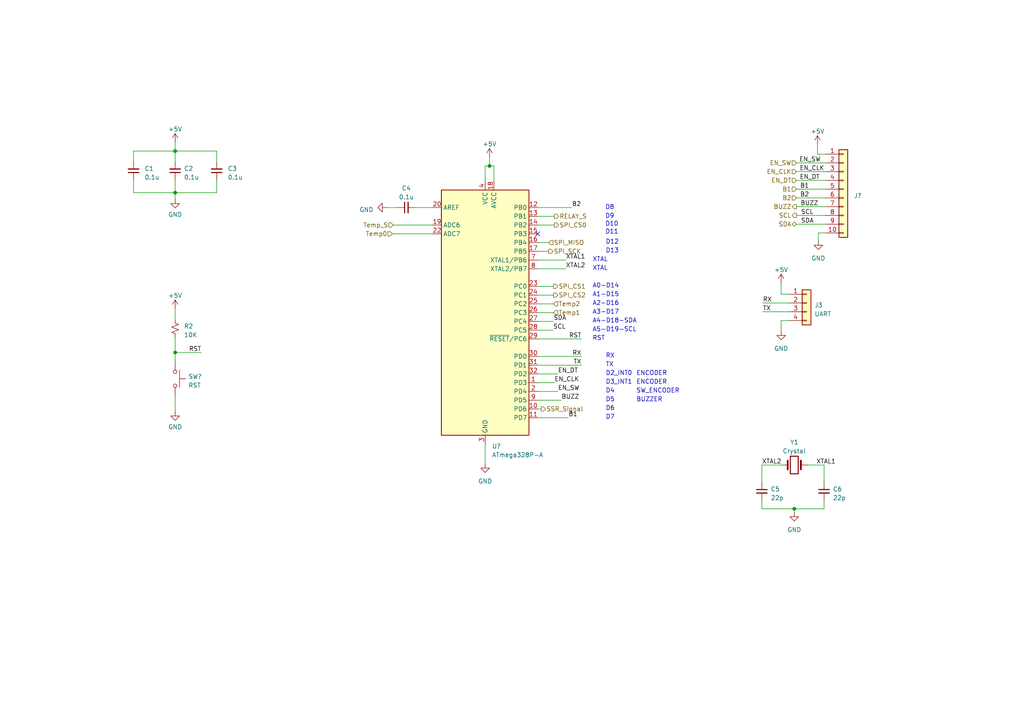
<source format=kicad_sch>
(kicad_sch (version 20230121) (generator eeschema)
  (paper "A4")
  (lib_symbols
    (symbol "Connector_Generic:Conn_01x04" (pin_names (offset 1.016) hide)
      (property "Reference" "J" (at 0 5.08 0))
      (property "Value" "Conn_01x04" (at 0 -7.62 0))
      (symbol "Conn_01x04_1_1"
        (rectangle (start -1.27 -4.953) (end 0 -5.207) (stroke (width 0.1524)))
        (rectangle (start -1.27 -2.413) (end 0 -2.667) (stroke (width 0.1524)))
        (rectangle (start -1.27 0.127) (end 0 -0.127) (stroke (width 0.1524)))
        (rectangle (start -1.27 2.667) (end 0 2.413) (stroke (width 0.1524)))
        (rectangle (start -1.27 3.81) (end 1.27 -6.35) (stroke (width 0.254)) (fill (type background)))
        (pin passive line (at -5.08 2.54 0) (length 3.81) (name "Pin_1") (number "1"))
        (pin passive line (at -5.08 0 0) (length 3.81) (name "Pin_2") (number "2"))
        (pin passive line (at -5.08 -2.54 0) (length 3.81) (name "Pin_3") (number "3"))
        (pin passive line (at -5.08 -5.08 0) (length 3.81) (name "Pin_4") (number "4"))
      )
    )
    (symbol "Connector_Generic:Conn_01x10" (pin_names (offset 1.016) hide)
      (property "Reference" "J" (at 0 12.7 0))
      (property "Value" "Conn_01x10" (at 0 -15.24 0))
      (symbol "Conn_01x10_1_1"
        (rectangle (start -1.27 -12.573) (end 0 -12.827) (stroke (width 0.1524)))
        (rectangle (start -1.27 -10.033) (end 0 -10.287) (stroke (width 0.1524)))
        (rectangle (start -1.27 -7.493) (end 0 -7.747) (stroke (width 0.1524)))
        (rectangle (start -1.27 -4.953) (end 0 -5.207) (stroke (width 0.1524)))
        (rectangle (start -1.27 -2.413) (end 0 -2.667) (stroke (width 0.1524)))
        (rectangle (start -1.27 0.127) (end 0 -0.127) (stroke (width 0.1524)))
        (rectangle (start -1.27 2.667) (end 0 2.413) (stroke (width 0.1524)))
        (rectangle (start -1.27 5.207) (end 0 4.953) (stroke (width 0.1524)))
        (rectangle (start -1.27 7.747) (end 0 7.493) (stroke (width 0.1524)))
        (rectangle (start -1.27 10.287) (end 0 10.033) (stroke (width 0.1524)))
        (rectangle (start -1.27 11.43) (end 1.27 -13.97) (stroke (width 0.254)) (fill (type background)))
        (pin passive line (at -5.08 10.16 0) (length 3.81) (name "Pin_1") (number "1"))
        (pin passive line (at -5.08 -12.7 0) (length 3.81) (name "Pin_10") (number "10"))
        (pin passive line (at -5.08 7.62 0) (length 3.81) (name "Pin_2") (number "2"))
        (pin passive line (at -5.08 5.08 0) (length 3.81) (name "Pin_3") (number "3"))
        (pin passive line (at -5.08 2.54 0) (length 3.81) (name "Pin_4") (number "4"))
        (pin passive line (at -5.08 0 0) (length 3.81) (name "Pin_5") (number "5"))
        (pin passive line (at -5.08 -2.54 0) (length 3.81) (name "Pin_6") (number "6"))
        (pin passive line (at -5.08 -5.08 0) (length 3.81) (name "Pin_7") (number "7"))
        (pin passive line (at -5.08 -7.62 0) (length 3.81) (name "Pin_8") (number "8"))
        (pin passive line (at -5.08 -10.16 0) (length 3.81) (name "Pin_9") (number "9"))
      )
    )
    (symbol "Device:C_Small" (pin_numbers hide) (pin_names (offset 0.254) hide)
      (property "Reference" "C" (at 0.254 1.778 0))
      (property "Value" "C_Small" (at 0.254 -2.032 0))
      (symbol "C_Small_0_1"
        (polyline (pts (xy -1.524 -0.508) (xy 1.524 -0.508)) (stroke (width 0.3302)))
        (polyline (pts (xy -1.524 0.508) (xy 1.524 0.508)) (stroke (width 0.3048)))
      )
      (symbol "C_Small_1_1"
        (pin passive line (at 0 2.54 270) (length 2.032) (name "~") (number "1"))
        (pin passive line (at 0 -2.54 90) (length 2.032) (name "~") (number "2"))
      )
    )
    (symbol "Device:Crystal" (pin_numbers hide) (pin_names (offset 1.016) hide)
      (property "Reference" "Y" (at 0 3.81 0))
      (property "Value" "Crystal" (at 0 -3.81 0))
      (symbol "Crystal_0_1"
        (rectangle (start -1.143 2.54) (end 1.143 -2.54) (stroke (width 0.3048)))
        (polyline (pts (xy -2.54 0) (xy -1.905 0)))
        (polyline (pts (xy -1.905 -1.27) (xy -1.905 1.27)) (stroke (width 0.508)))
        (polyline (pts (xy 1.905 -1.27) (xy 1.905 1.27)) (stroke (width 0.508)))
        (polyline (pts (xy 2.54 0) (xy 1.905 0)))
      )
      (symbol "Crystal_1_1"
        (pin passive line (at -3.81 0 0) (length 1.27) (name "1") (number "1"))
        (pin passive line (at 3.81 0 180) (length 1.27) (name "2") (number "2"))
      )
    )
    (symbol "Device:R_Small_US" (pin_numbers hide) (pin_names (offset 0.254) hide)
      (property "Reference" "R" (at 0.762 0.508 0))
      (property "Value" "R_Small_US" (at 0.762 -1.016 0))
      (symbol "R_Small_US_1_1"
        (polyline (pts (xy 0 0) (xy 1.016 -0.381) (xy 0 -0.762) (xy -1.016 -1.143) (xy 0 -1.524)))
        (polyline (pts (xy 0 1.524) (xy 1.016 1.143) (xy 0 0.762) (xy -1.016 0.381) (xy 0 0)))
        (pin passive line (at 0 2.54 270) (length 1.016) (name "~") (number "1"))
        (pin passive line (at 0 -2.54 90) (length 1.016) (name "~") (number "2"))
      )
    )
    (symbol "MCU_Microchip_ATmega:ATmega328P-A"
      (property "Reference" "U" (at -12.7 36.83 0))
      (property "Value" "ATmega328P-A" (at 2.54 -36.83 0))
      (symbol "ATmega328P-A_0_1"
        (rectangle (start -12.7 -35.56) (end 12.7 35.56) (stroke (width 0.254)) (fill (type background)))
      )
      (symbol "ATmega328P-A_1_1"
        (pin bidirectional line (at 15.24 -20.32 180) (length 2.54) (name "PD3") (number "1"))
        (pin bidirectional line (at 15.24 -27.94 180) (length 2.54) (name "PD6") (number "10"))
        (pin bidirectional line (at 15.24 -30.48 180) (length 2.54) (name "PD7") (number "11"))
        (pin bidirectional line (at 15.24 30.48 180) (length 2.54) (name "PB0") (number "12"))
        (pin bidirectional line (at 15.24 27.94 180) (length 2.54) (name "PB1") (number "13"))
        (pin bidirectional line (at 15.24 25.4 180) (length 2.54) (name "PB2") (number "14"))
        (pin bidirectional line (at 15.24 22.86 180) (length 2.54) (name "PB3") (number "15"))
        (pin bidirectional line (at 15.24 20.32 180) (length 2.54) (name "PB4") (number "16"))
        (pin bidirectional line (at 15.24 17.78 180) (length 2.54) (name "PB5") (number "17"))
        (pin power_in line (at 2.54 38.1 270) (length 2.54) (name "AVCC") (number "18"))
        (pin input line (at -15.24 25.4 0) (length 2.54) (name "ADC6") (number "19"))
        (pin bidirectional line (at 15.24 -22.86 180) (length 2.54) (name "PD4") (number "2"))
        (pin passive line (at -15.24 30.48 0) (length 2.54) (name "AREF") (number "20"))
        (pin passive line (at 0 -38.1 90) (length 2.54) hide (name "GND") (number "21"))
        (pin input line (at -15.24 22.86 0) (length 2.54) (name "ADC7") (number "22"))
        (pin bidirectional line (at 15.24 7.62 180) (length 2.54) (name "PC0") (number "23"))
        (pin bidirectional line (at 15.24 5.08 180) (length 2.54) (name "PC1") (number "24"))
        (pin bidirectional line (at 15.24 2.54 180) (length 2.54) (name "PC2") (number "25"))
        (pin bidirectional line (at 15.24 0 180) (length 2.54) (name "PC3") (number "26"))
        (pin bidirectional line (at 15.24 -2.54 180) (length 2.54) (name "PC4") (number "27"))
        (pin bidirectional line (at 15.24 -5.08 180) (length 2.54) (name "PC5") (number "28"))
        (pin bidirectional line (at 15.24 -7.62 180) (length 2.54) (name "~{RESET}/PC6") (number "29"))
        (pin power_in line (at 0 -38.1 90) (length 2.54) (name "GND") (number "3"))
        (pin bidirectional line (at 15.24 -12.7 180) (length 2.54) (name "PD0") (number "30"))
        (pin bidirectional line (at 15.24 -15.24 180) (length 2.54) (name "PD1") (number "31"))
        (pin bidirectional line (at 15.24 -17.78 180) (length 2.54) (name "PD2") (number "32"))
        (pin power_in line (at 0 38.1 270) (length 2.54) (name "VCC") (number "4"))
        (pin passive line (at 0 -38.1 90) (length 2.54) hide (name "GND") (number "5"))
        (pin passive line (at 0 38.1 270) (length 2.54) hide (name "VCC") (number "6"))
        (pin bidirectional line (at 15.24 15.24 180) (length 2.54) (name "XTAL1/PB6") (number "7"))
        (pin bidirectional line (at 15.24 12.7 180) (length 2.54) (name "XTAL2/PB7") (number "8"))
        (pin bidirectional line (at 15.24 -25.4 180) (length 2.54) (name "PD5") (number "9"))
      )
    )
    (symbol "Switch:SW_Omron_B3FS" (pin_numbers hide) (pin_names (offset 1.016) hide)
      (property "Reference" "SW" (at 1.27 2.54 0))
      (property "Value" "SW_Omron_B3FS" (at 0 -1.524 0))
      (symbol "SW_Omron_B3FS_0_1"
        (circle (center -2.032 0) (radius 0.508))
        (polyline (pts (xy 0 1.27) (xy 0 3.048)))
        (polyline (pts (xy 2.54 1.27) (xy -2.54 1.27)))
        (circle (center 2.032 0) (radius 0.508))
        (pin passive line (at -5.08 0 0) (length 2.54) (name "1") (number "1"))
        (pin passive line (at 5.08 0 180) (length 2.54) (name "2") (number "2"))
      )
    )
    (symbol "power:+5V" (power) (pin_names (offset 0))
      (property "Value" "+5V" (at 0 3.556 0))
      (symbol "+5V_0_1"
        (polyline (pts (xy -0.762 1.27) (xy 0 2.54)))
        (polyline (pts (xy 0 0) (xy 0 2.54)))
        (polyline (pts (xy 0 2.54) (xy 0.762 1.27)))
      )
      (symbol "+5V_1_1"
        (pin power_in line (at 0 0 90) (length 0) hide (name "+5V") (number "1"))
      )
    )
    (symbol "power:GND" (power) (pin_names (offset 0))
      (property "Value" "GND" (at 0 -3.81 0))
      (symbol "GND_0_1"
        (polyline (pts (xy 0 0) (xy 0 -1.27) (xy 1.27 -1.27) (xy 0 -2.54) (xy -1.27 -1.27) (xy 0 -1.27)))
      )
      (symbol "GND_1_1"
        (pin power_in line (at 0 0 270) (length 0) hide (name "GND") (number "1"))
      )
    )
  )
  (junction (at 50.8 102.235))
  (junction (at 50.8 55.88))
  (junction (at 50.8 43.815))
  (junction (at 230.378 147.574))
  (junction (at 141.986 48.133))
  (no_connect (at 155.956 67.818))
  (wire (pts (xy 113.792 67.818) (xy 125.476 67.818)))
  (wire (pts (xy 140.716 48.133) (xy 141.986 48.133)))
  (wire (pts (xy 155.956 105.918) (xy 168.656 105.918)))
  (wire (pts (xy 155.956 90.678) (xy 160.528 90.678)))
  (wire (pts (xy 239.522 44.704) (xy 237.109 44.704)))
  (wire (pts (xy 237.363 69.85) (xy 237.363 67.564)))
  (wire (pts (xy 226.568 96.012) (xy 226.568 92.964)))
  (wire (pts (xy 155.956 77.978) (xy 164.084 77.978)))
  (wire (pts (xy 50.8 89.535) (xy 50.8 92.71)))
  (wire (pts (xy 155.956 108.458) (xy 161.798 108.458)))
  (wire (pts (xy 228.854 85.344) (xy 226.568 85.344)))
  (wire (pts (xy 62.865 43.815) (xy 50.8 43.815)))
  (wire (pts (xy 50.8 41.275) (xy 50.8 43.815)))
  (wire (pts (xy 50.8 102.235) (xy 50.8 104.775)))
  (wire (pts (xy 141.986 48.133) (xy 141.986 45.593)))
  (wire (pts (xy 237.109 41.91) (xy 237.109 44.704)))
  (wire (pts (xy 231.013 65.024) (xy 239.522 65.024)))
  (wire (pts (xy 50.8 114.935) (xy 50.8 119.38)))
  (wire (pts (xy 155.956 62.738) (xy 160.782 62.738)))
  (wire (pts (xy 234.188 134.874) (xy 239.014 134.874)))
  (wire (pts (xy 220.98 145.034) (xy 220.98 147.574)))
  (wire (pts (xy 155.956 72.898) (xy 159.131 72.898)))
  (wire (pts (xy 231.013 59.944) (xy 239.522 59.944)))
  (wire (pts (xy 50.8 43.815) (xy 50.8 46.99)))
  (wire (pts (xy 231.013 54.864) (xy 239.522 54.864)))
  (wire (pts (xy 50.8 97.79) (xy 50.8 102.235)))
  (wire (pts (xy 112.141 60.198) (xy 115.316 60.198)))
  (wire (pts (xy 226.568 92.964) (xy 228.854 92.964)))
  (wire (pts (xy 38.735 46.99) (xy 38.735 43.815)))
  (wire (pts (xy 155.956 113.538) (xy 161.798 113.538)))
  (wire (pts (xy 140.716 128.778) (xy 140.716 134.493)))
  (wire (pts (xy 155.956 65.278) (xy 160.782 65.278)))
  (wire (pts (xy 230.378 148.59) (xy 230.378 147.574)))
  (wire (pts (xy 220.98 134.874) (xy 220.98 139.954)))
  (wire (pts (xy 220.98 134.874) (xy 226.568 134.874)))
  (wire (pts (xy 114.046 65.278) (xy 125.476 65.278)))
  (wire (pts (xy 226.568 85.344) (xy 226.568 82.042)))
  (wire (pts (xy 230.378 147.574) (xy 239.014 147.574)))
  (wire (pts (xy 155.956 116.078) (xy 162.814 116.078)))
  (wire (pts (xy 155.956 88.138) (xy 160.528 88.138)))
  (wire (pts (xy 237.363 67.564) (xy 239.522 67.564)))
  (wire (pts (xy 155.956 85.598) (xy 160.528 85.598)))
  (wire (pts (xy 140.716 52.578) (xy 140.716 48.133)))
  (wire (pts (xy 231.013 52.324) (xy 239.522 52.324)))
  (wire (pts (xy 38.735 43.815) (xy 50.8 43.815)))
  (wire (pts (xy 155.956 83.058) (xy 160.528 83.058)))
  (wire (pts (xy 38.735 55.88) (xy 50.8 55.88)))
  (wire (pts (xy 155.956 103.378) (xy 168.656 103.378)))
  (wire (pts (xy 231.013 62.484) (xy 239.522 62.484)))
  (wire (pts (xy 239.014 139.954) (xy 239.014 134.874)))
  (wire (pts (xy 239.014 145.034) (xy 239.014 147.574)))
  (wire (pts (xy 155.956 118.618) (xy 156.972 118.618)))
  (wire (pts (xy 231.013 57.404) (xy 239.522 57.404)))
  (wire (pts (xy 155.956 93.218) (xy 160.528 93.218)))
  (wire (pts (xy 228.854 90.424) (xy 221.234 90.424)))
  (wire (pts (xy 143.256 48.133) (xy 141.986 48.133)))
  (wire (pts (xy 155.956 121.158) (xy 164.846 121.158)))
  (wire (pts (xy 62.865 55.88) (xy 50.8 55.88)))
  (wire (pts (xy 38.735 52.07) (xy 38.735 55.88)))
  (wire (pts (xy 155.956 60.198) (xy 165.862 60.198)))
  (wire (pts (xy 231.013 49.784) (xy 239.522 49.784)))
  (wire (pts (xy 231.013 47.244) (xy 239.522 47.244)))
  (wire (pts (xy 155.956 95.758) (xy 160.401 95.758)))
  (wire (pts (xy 228.854 87.884) (xy 221.234 87.884)))
  (wire (pts (xy 50.8 55.88) (xy 50.8 57.785)))
  (wire (pts (xy 155.956 70.358) (xy 159.131 70.358)))
  (wire (pts (xy 155.956 75.438) (xy 164.084 75.438)))
  (wire (pts (xy 62.865 52.07) (xy 62.865 55.88)))
  (wire (pts (xy 155.956 110.998) (xy 160.782 110.998)))
  (wire (pts (xy 143.256 52.578) (xy 143.256 48.133)))
  (wire (pts (xy 50.8 52.07) (xy 50.8 55.88)))
  (wire (pts (xy 62.865 46.99) (xy 62.865 43.815)))
  (wire (pts (xy 155.956 98.298) (xy 168.656 98.298)))
  (wire (pts (xy 50.8 102.235) (xy 58.42 102.235)))
  (wire (pts (xy 220.98 147.574) (xy 230.378 147.574)))
  (wire (pts (xy 120.396 60.198) (xy 125.476 60.198)))
  (text "RX" (at 175.641 104.013 0) (effects (font (size 1.27 1.27)) (justify left bottom)))
  (text "SW_ENCODER" (at 184.531 114.173 0) (effects (font (size 1.27 1.27)) (justify left bottom)))
  (text "D5" (at 175.641 116.713 0) (effects (font (size 1.27 1.27)) (justify left bottom)))
  (text "A3-D17" (at 171.831 91.313 0) (effects (font (size 1.27 1.27)) (justify left bottom)))
  (text "A0-D14" (at 171.831 83.693 0) (effects (font (size 1.27 1.27)) (justify left bottom)))
  (text "BUZZER" (at 184.531 116.713 0) (effects (font (size 1.27 1.27)) (justify left bottom)))
  (text "A4-D18-SDA" (at 171.831 93.853 0) (effects (font (size 1.27 1.27)) (justify left bottom)))
  (text "D2_INT0" (at 175.641 109.093 0) (effects (font (size 1.27 1.27)) (justify left bottom)))
  (text "RST" (at 171.831 98.933 0) (effects (font (size 1.27 1.27)) (justify left bottom)))
  (text "ENCODER" (at 184.531 111.633 0) (effects (font (size 1.27 1.27)) (justify left bottom)))
  (text "A1-D15" (at 171.831 86.233 0) (effects (font (size 1.27 1.27)) (justify left bottom)))
  (text "XTAL\n" (at 171.831 78.613 0) (effects (font (size 1.27 1.27)) (justify left bottom)))
  (text "A2-D16" (at 171.831 88.773 0) (effects (font (size 1.27 1.27)) (justify left bottom)))
  (text "D7" (at 175.641 121.793 0) (effects (font (size 1.27 1.27)) (justify left bottom)))
  (text "D13" (at 175.641 73.533 0) (effects (font (size 1.27 1.27)) (justify left bottom)))
  (text "D8" (at 175.514 60.96 0) (effects (font (size 1.27 1.27)) (justify left bottom)))
  (text "D4" (at 175.641 114.173 0) (effects (font (size 1.27 1.27)) (justify left bottom)))
  (text "D9" (at 175.514 63.5 0) (effects (font (size 1.27 1.27)) (justify left bottom)))
  (text "D3_INT1" (at 175.641 111.633 0) (effects (font (size 1.27 1.27)) (justify left bottom)))
  (text "D10" (at 175.514 65.786 0) (effects (font (size 1.27 1.27)) (justify left bottom)))
  (text "D11" (at 175.514 68.072 0) (effects (font (size 1.27 1.27)) (justify left bottom)))
  (text "D6" (at 175.641 119.253 0) (effects (font (size 1.27 1.27)) (justify left bottom)))
  (text "TX" (at 175.641 106.553 0) (effects (font (size 1.27 1.27)) (justify left bottom)))
  (text "XTAL\n" (at 171.831 76.073 0) (effects (font (size 1.27 1.27)) (justify left bottom)))
  (text "D12" (at 175.641 70.993 0) (effects (font (size 1.27 1.27)) (justify left bottom)))
  (text "A5-D19-SCL" (at 171.831 96.393 0) (effects (font (size 1.27 1.27)) (justify left bottom)))
  (text "ENCODER" (at 184.531 109.093 0) (effects (font (size 1.27 1.27)) (justify left bottom)))
  (label "B2" (at 232.029 57.404 0))
  (label "B2" (at 165.862 60.198 0))
  (label "TX" (at 221.234 90.424 0))
  (label "SCL" (at 160.401 95.758 0))
  (label "XTAL2" (at 220.98 134.874 0))
  (label "EN_CLK" (at 231.902 49.784 0))
  (label "EN_SW" (at 231.775 47.244 0))
  (label "EN_DT" (at 161.798 108.458 0))
  (label "B1" (at 232.029 54.864 0))
  (label "RX" (at 221.234 87.884 0))
  (label "XTAL2" (at 164.084 77.978 0))
  (label "EN_SW" (at 161.798 113.538 0))
  (label "RST" (at 58.42 102.235 180))
  (label "B1" (at 164.846 121.158 0))
  (label "SDA" (at 160.528 93.218 0))
  (label "RX" (at 168.656 103.378 180))
  (label "TX" (at 168.656 105.918 180))
  (label "EN_DT" (at 231.902 52.324 0))
  (label "EN_CLK" (at 160.782 110.998 0))
  (label "SDA" (at 232.283 65.024 0))
  (label "RST" (at 168.656 98.298 180))
  (label "BUZZ" (at 232.156 59.944 0))
  (label "SCL" (at 232.283 62.484 0))
  (label "XTAL1" (at 164.084 75.438 0))
  (label "BUZZ" (at 162.814 116.078 0))
  (label "XTAL1" (at 236.728 134.874 0))
  (hierarchical_label "Temp1" (shape input) (at 160.528 90.678 0))
  (hierarchical_label "Temp2" (shape input) (at 160.528 88.138 0))
  (hierarchical_label "SPI_CS1" (shape output) (at 160.528 83.058 0))
  (hierarchical_label "EN_SW" (shape input) (at 231.013 47.244 180))
  (hierarchical_label "SSR_Signal" (shape output) (at 156.972 118.618 0))
  (hierarchical_label "SPI_CS0" (shape output) (at 160.782 65.278 0))
  (hierarchical_label "EN_DT" (shape input) (at 231.013 52.324 180))
  (hierarchical_label "Temp0" (shape input) (at 113.792 67.818 180))
  (hierarchical_label "SCL" (shape output) (at 231.013 62.484 180))
  (hierarchical_label "B2" (shape input) (at 231.013 57.404 180))
  (hierarchical_label "SPI_SCK" (shape output) (at 159.131 72.898 0))
  (hierarchical_label "BUZZ" (shape output) (at 231.013 59.944 180))
  (hierarchical_label "RELAY_S" (shape output) (at 160.782 62.738 0))
  (hierarchical_label "SPI_CS2" (shape output) (at 160.528 85.598 0))
  (hierarchical_label "SPI_MISO" (shape input) (at 159.131 70.358 0))
  (hierarchical_label "SDA" (shape bidirectional) (at 231.013 65.024 180))
  (hierarchical_label "EN_CLK" (shape input) (at 231.013 49.784 180))
  (hierarchical_label "Temp_S" (shape input) (at 114.046 65.278 180))
  (hierarchical_label "B1" (shape input) (at 231.013 54.864 180))
  (symbol (lib_id "Switch:SW_Omron_B3FS") (at 50.8 109.855 270) (unit 1)
    (property "Reference" "SW?" (at 54.61 109.22 90) (effects (justify left)))
    (property "Value" "RST" (at 54.61 111.76 90) (effects (justify left)))
    (property "Footprint" "Button_Switch_THT:SW_PUSH_6mm_H5mm" (effects hide))
    (property "Datasheet" "https://omronfs.omron.com/en_US/ecb/products/pdf/en-b3fs.pdf" (effects hide))
    (instances (project "A10102-V2" (path "" (reference "SW?") (unit 1)) (path "" (reference "SW1") (unit 1))))
  )
  (symbol (lib_id "power:+5V") (at 50.8 89.535 0) (unit 1)
    (property "Reference" "#PWR014" (effects hide))
    (property "Value" "+5V" (at 50.8 85.725 0))
  )
  (symbol (lib_id "Device:C_Small") (at 50.8 49.53 180) (unit 1)
    (property "Reference" "C2" (at 53.34 48.8886 0) (effects (justify right)))
    (property "Value" "0.1u" (at 53.34 51.4286 0) (effects (justify right)))
    (property "Footprint" "Capacitor_SMD:C_0603_1608Metric_Pad1.08x0.95mm_HandSolder" (effects hide))
  )
  (symbol (lib_id "power:GND") (at 226.568 96.012 0) (unit 1)
    (property "Reference" "#PWR?" (effects hide))
    (property "Value" "GND" (at 226.568 101.092 0))
    (instances (project "A10102_V2" (path "" (reference "#PWR?") (unit 1)) (path "" (reference "#PWR?") (unit 1))) (project "A10102-V2-MCU" (path "" (reference "#PWR?") (unit 1))) (project "A10102-V2" (path "" (reference "#PWR015") (unit 1))))
  )
  (symbol (lib_id "MCU_Microchip_ATmega:ATmega328P-A") (at 140.716 90.678 0) (unit 1)
    (property "Reference" "U?" (at 142.6719 129.413 0) (effects (justify left)))
    (property "Value" "ATmega328P-A" (at 142.6719 131.953 0) (effects (justify left)))
    (property "Footprint" "Package_QFP:TQFP-32_7x7mm_P0.8mm" (effects hide))
    (property "Datasheet" "http://ww1.microchip.com/downloads/en/DeviceDoc/ATmega328_P%20AVR%20MCU%20with%20picoPower%20Technology%20Data%20Sheet%2040001984A.pdf" (effects hide))
    (instances (project "A10102_V2" (path "" (reference "U?") (unit 1)) (path "" (reference "U?") (unit 1))) (project "A10102-V2-MCU" (path "" (reference "U?") (unit 1))) (project "A10102-V2" (path "" (reference "U1") (unit 1))))
  )
  (symbol (lib_id "power:GND") (at 50.8 57.785 0) (unit 1)
    (property "Reference" "#PWR?" (effects hide))
    (property "Value" "GND" (at 50.8 62.23 0))
    (instances (project "A10102_V2" (path "" (reference "#PWR?") (unit 1)) (path "" (reference "#PWR?") (unit 1))) (project "A10102-V2-MCU" (path "" (reference "#PWR?") (unit 1))) (project "A10102-V2" (path "" (reference "#PWR010") (unit 1))))
  )
  (symbol (lib_id "Device:C_Small") (at 38.735 49.53 180) (unit 1)
    (property "Reference" "C1" (at 41.91 48.8886 0) (effects (justify right)))
    (property "Value" "0.1u" (at 41.91 51.4286 0) (effects (justify right)))
    (property "Footprint" "Capacitor_SMD:C_0603_1608Metric_Pad1.08x0.95mm_HandSolder" (effects hide))
  )
  (symbol (lib_id "power:GND") (at 50.8 119.38 0) (unit 1)
    (property "Reference" "#PWR?" (effects hide))
    (property "Value" "GND" (at 50.8 123.825 0))
    (instances (project "A10102_V2" (path "" (reference "#PWR?") (unit 1)) (path "" (reference "#PWR?") (unit 1))) (project "A10102-V2-MCU" (path "" (reference "#PWR?") (unit 1))) (project "A10102-V2" (path "" (reference "#PWR016") (unit 1))))
  )
  (symbol (lib_id "power:+5V") (at 50.8 41.275 0) (unit 1)
    (property "Reference" "#PWR07" (effects hide))
    (property "Value" "+5V" (at 50.8 37.465 0))
  )
  (symbol (lib_id "power:GND") (at 237.363 69.85 0) (unit 1)
    (property "Reference" "#PWR?" (effects hide))
    (property "Value" "GND" (at 237.363 74.93 0))
    (instances (project "A10102_V2" (path "" (reference "#PWR?") (unit 1)) (path "" (reference "#PWR?") (unit 1))) (project "A10102-V2-MCU" (path "" (reference "#PWR?") (unit 1))) (project "A10102-V2" (path "" (reference "#PWR012") (unit 1))))
  )
  (symbol (lib_id "Connector_Generic:Conn_01x04") (at 233.934 87.884 0) (unit 1)
    (property "Reference" "J3" (at 236.22 88.519 0) (effects (justify left)))
    (property "Value" "UART" (at 236.22 91.059 0) (effects (justify left)))
    (property "Footprint" "Connector_PinHeader_2.54mm:PinHeader_1x04_P2.54mm_Vertical" (effects hide))
  )
  (symbol (lib_id "Device:C_Small") (at 239.014 142.494 0) (unit 1)
    (property "Reference" "C6" (at 241.554 141.8653 0) (effects (justify left)))
    (property "Value" "22p" (at 241.554 144.4053 0) (effects (justify left)))
    (property "Footprint" "Capacitor_SMD:C_0603_1608Metric_Pad1.08x0.95mm_HandSolder" (effects hide))
  )
  (symbol (lib_id "power:GND") (at 140.716 134.493 0) (unit 1)
    (property "Reference" "#PWR?" (effects hide))
    (property "Value" "GND" (at 140.716 139.573 0))
    (instances (project "A10102_V2" (path "" (reference "#PWR?") (unit 1)) (path "" (reference "#PWR?") (unit 1))) (project "A10102-V2-MCU" (path "" (reference "#PWR?") (unit 1))) (project "A10102-V2" (path "" (reference "#PWR017") (unit 1))))
  )
  (symbol (lib_id "power:+5V") (at 237.109 41.91 0) (unit 1)
    (property "Reference" "#PWR?" (effects hide))
    (property "Value" "+5V" (at 237.109 38.1 0))
    (instances (project "A10102-V2" (path "" (reference "#PWR?") (unit 1)) (path "" (reference "#PWR08") (unit 1))))
  )
  (symbol (lib_id "Device:Crystal") (at 230.378 134.874 0) (unit 1)
    (property "Reference" "Y1" (at 230.378 128.27 0))
    (property "Value" "Crystal" (at 230.378 130.81 0))
    (property "Footprint" "Crystal:Crystal_HC52-8mm_Vertical" (effects hide))
  )
  (symbol (lib_id "power:+5V") (at 141.986 45.593 0) (unit 1)
    (property "Reference" "#PWR09" (effects hide))
    (property "Value" "+5V" (at 141.986 41.783 0))
  )
  (symbol (lib_id "power:GND") (at 230.378 148.59 0) (unit 1)
    (property "Reference" "#PWR?" (effects hide))
    (property "Value" "GND" (at 230.378 153.67 0))
    (instances (project "A10102_V2" (path "" (reference "#PWR?") (unit 1)) (path "" (reference "#PWR?") (unit 1))) (project "A10102-V2-MCU" (path "" (reference "#PWR?") (unit 1))) (project "A10102-V2" (path "" (reference "#PWR018") (unit 1))))
  )
  (symbol (lib_id "Connector_Generic:Conn_01x10") (at 244.602 54.864 0) (unit 1)
    (property "Reference" "J?" (at 247.65 56.769 0) (effects (justify left)))
    (property "Value" "Conn_01x10" (effects hide))
    (property "Footprint" "Connector_PinHeader_2.54mm:PinHeader_1x10_P2.54mm_Vertical" (effects hide))
    (instances (project "A10102-V2" (path "" (reference "J?") (unit 1)) (path "" (reference "J2") (unit 1))))
  )
  (symbol (lib_id "Device:C_Small") (at 62.865 49.53 180) (unit 1)
    (property "Reference" "C3" (at 66.04 48.8886 0) (effects (justify right)))
    (property "Value" "0.1u" (at 66.04 51.4286 0) (effects (justify right)))
    (property "Footprint" "Capacitor_SMD:C_0603_1608Metric_Pad1.08x0.95mm_HandSolder" (effects hide))
  )
  (symbol (lib_id "Device:R_Small_US") (at 50.8 95.25 0) (unit 1)
    (property "Reference" "R2" (at 53.34 94.615 0) (effects (justify left)))
    (property "Value" "10K" (at 53.34 97.155 0) (effects (justify left)))
    (property "Footprint" "Resistor_SMD:R_0603_1608Metric_Pad0.98x0.95mm_HandSolder" (effects hide))
  )
  (symbol (lib_id "Device:C_Small") (at 117.856 60.198 90) (unit 1)
    (property "Reference" "C4" (at 117.8623 54.61 90))
    (property "Value" "0.1u" (at 117.8623 57.15 90))
    (property "Footprint" "Capacitor_SMD:C_0603_1608Metric_Pad1.08x0.95mm_HandSolder" (effects hide))
  )
  (symbol (lib_id "power:+5V") (at 226.568 82.042 0) (unit 1)
    (property "Reference" "#PWR013" (effects hide))
    (property "Value" "+5V" (at 226.568 78.232 0))
  )
  (symbol (lib_id "power:GND") (at 112.141 60.198 270) (unit 1)
    (property "Reference" "#PWR?" (effects hide))
    (property "Value" "GND" (at 108.331 60.833 90) (effects (justify right)))
    (instances (project "A10102_V2" (path "" (reference "#PWR?") (unit 1)) (path "" (reference "#PWR?") (unit 1))) (project "A10102-V2-MCU" (path "" (reference "#PWR?") (unit 1))) (project "A10102-V2" (path "" (reference "#PWR011") (unit 1))))
  )
  (symbol (lib_id "Device:C_Small") (at 220.98 142.494 0) (unit 1)
    (property "Reference" "C5" (at 223.52 141.8653 0) (effects (justify left)))
    (property "Value" "22p" (at 223.52 144.4053 0) (effects (justify left)))
    (property "Footprint" "Capacitor_SMD:C_0603_1608Metric_Pad1.08x0.95mm_HandSolder" (effects hide))
  )
)
</source>
